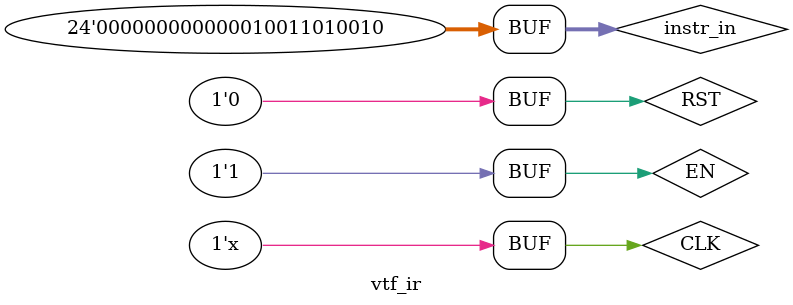
<source format=v>
`timescale 1ns / 1ps


module vtf_ir;

	// Inputs
	reg [23:0] instr_in;
	reg EN;
	reg CLK;
	reg RST;

	// Outputs
	wire [23:0] instr_out;

	// Instantiate the Unit Under Test (UUT)
	ireg_24 uut (
		.instr_in(instr_in), 
		.EN(EN), 
		.instr_out(instr_out), 
		.CLK(CLK), 
		.RST(RST)
	);

	initial begin
		// Initialize Inputs
		instr_in = 24'd1234;
		EN = 0;
		CLK = 0;
		RST = 0;
		
		// Wait 100 ns for global reset to finish
		#100;
        
		// Add stimulus here
		#10  		EN=1;
		
	end
	
	always begin
	#10 CLK = ~CLK;
	end
      
endmodule


</source>
